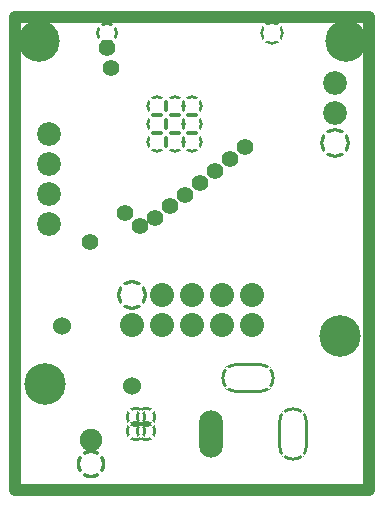
<source format=gbr>
G04*
G04 #@! TF.GenerationSoftware,Altium Limited,Altium Designer,22.4.2 (48)*
G04*
G04 Layer_Physical_Order=2*
G04 Layer_Color=32768*
%FSLAX44Y44*%
%MOMM*%
G71*
G04*
G04 #@! TF.SameCoordinates,838EBF20-BE27-4DE5-A25A-4BBD7161CD63*
G04*
G04*
G04 #@! TF.FilePolarity,Negative*
G04*
G01*
G75*
%ADD52C,1.0160*%
G04:AMPARAMS|DCode=53|XSize=1.824mm|YSize=1.824mm|CornerRadius=0mm|HoleSize=0mm|Usage=FLASHONLY|Rotation=0.000|XOffset=0mm|YOffset=0mm|HoleType=Round|Shape=Relief|Width=0.254mm|Gap=0.254mm|Entries=4|*
%AMTHD53*
7,0,0,1.8240,1.3160,0.2540,45*
%
%ADD53THD53*%
G04:AMPARAMS|DCode=54|XSize=1.778mm|YSize=1.778mm|CornerRadius=0mm|HoleSize=0mm|Usage=FLASHONLY|Rotation=0.000|XOffset=0mm|YOffset=0mm|HoleType=Round|Shape=Relief|Width=0.254mm|Gap=0.254mm|Entries=4|*
%AMTHD54*
7,0,0,1.7780,1.2700,0.2540,45*
%
%ADD54THD54*%
G04:AMPARAMS|DCode=55|XSize=2.424mm|YSize=2.424mm|CornerRadius=0mm|HoleSize=0mm|Usage=FLASHONLY|Rotation=0.000|XOffset=0mm|YOffset=0mm|HoleType=Round|Shape=Relief|Width=0.254mm|Gap=0.254mm|Entries=4|*
%AMTHD55*
7,0,0,2.4240,1.9160,0.2540,45*
%
%ADD55THD55*%
%ADD56C,1.9160*%
%ADD57C,2.0320*%
G04:AMPARAMS|DCode=58|XSize=2.54mm|YSize=2.54mm|CornerRadius=0mm|HoleSize=0mm|Usage=FLASHONLY|Rotation=0.000|XOffset=0mm|YOffset=0mm|HoleType=Round|Shape=Relief|Width=0.254mm|Gap=0.254mm|Entries=4|*
%AMTHD58*
7,0,0,2.5400,2.0320,0.2540,45*
%
%ADD58THD58*%
%AMTHOVALD59*
21,1,2.0000,2.5240,0,0,90.0*
1,1,2.5240,0.0000,-1.0000*
1,1,2.5240,0.0000,1.0000*
21,0,2.0000,2.0160,0,0,90.0*
1,0,2.0160,0.0000,-1.0000*
1,0,2.0160,0.0000,1.0000*
4,0,4,0.0898,-0.9102,0.9822,-1.8026,0.8026,-1.9822,-0.0898,-1.0898,0.0898,-0.9102,0.0*
4,0,4,0.0898,1.0898,-0.8026,1.9822,-0.9822,1.8026,-0.0898,0.9102,0.0898,1.0898,0.0*
4,0,4,0.0898,-1.0898,-0.8026,-1.9822,-0.9822,-1.8026,-0.0898,-0.9102,0.0898,-1.0898,0.0*
4,0,4,0.0898,0.9102,0.9822,1.8026,0.8026,1.9822,-0.0898,1.0898,0.0898,0.9102,0.0*
%
%ADD59THOVALD59*%

%AMTHOVALD60*
21,1,2.0000,2.5240,0,0,0.0*
1,1,2.5240,-1.0000,0.0000*
1,1,2.5240,1.0000,0.0000*
21,0,2.0000,2.0160,0,0,0.0*
1,0,2.0160,-1.0000,0.0000*
1,0,2.0160,1.0000,0.0000*
4,0,4,-0.9102,-0.0898,-1.8026,-0.9822,-1.9822,-0.8026,-1.0898,0.0898,-0.9102,-0.0898,0.0*
4,0,4,1.0898,-0.0898,1.9822,0.8026,1.8026,0.9822,0.9102,0.0898,1.0898,-0.0898,0.0*
4,0,4,-1.0898,-0.0898,-1.9822,0.8026,-1.8026,0.9822,-0.9102,0.0898,-1.0898,-0.0898,0.0*
4,0,4,0.9102,-0.0898,1.8026,-0.9822,1.9822,-0.8026,1.0898,0.0898,0.9102,-0.0898,0.0*
%
%ADD60THOVALD60*%

%ADD61O,2.0160X4.0160*%
%ADD62C,2.0160*%
G04:AMPARAMS|DCode=63|XSize=2.524mm|YSize=2.524mm|CornerRadius=0mm|HoleSize=0mm|Usage=FLASHONLY|Rotation=0.000|XOffset=0mm|YOffset=0mm|HoleType=Round|Shape=Relief|Width=0.254mm|Gap=0.254mm|Entries=4|*
%AMTHD63*
7,0,0,2.5240,2.0160,0.2540,45*
%
%ADD63THD63*%
%ADD64C,3.5160*%
G04:AMPARAMS|DCode=65|XSize=2.032mm|YSize=2.032mm|CornerRadius=0mm|HoleSize=0mm|Usage=FLASHONLY|Rotation=0.000|XOffset=0mm|YOffset=0mm|HoleType=Round|Shape=Relief|Width=0.254mm|Gap=0.254mm|Entries=4|*
%AMTHD65*
7,0,0,2.0320,1.5240,0.2540,45*
%
%ADD65THD65*%
%ADD66C,1.5240*%
%ADD67C,1.3970*%
G04:AMPARAMS|DCode=68|XSize=1.905mm|YSize=1.905mm|CornerRadius=0mm|HoleSize=0mm|Usage=FLASHONLY|Rotation=0.000|XOffset=0mm|YOffset=0mm|HoleType=Round|Shape=Relief|Width=0.254mm|Gap=0.254mm|Entries=4|*
%AMTHD68*
7,0,0,1.9050,1.3970,0.2540,45*
%
%ADD68THD68*%
D52*
X0Y0D02*
X300000D01*
Y400000D01*
X0D02*
X300000D01*
X0Y0D02*
Y400000D01*
D53*
X135000Y309600D02*
D03*
Y294600D02*
D03*
Y324670D02*
D03*
X150000Y309600D02*
D03*
X120000D02*
D03*
Y294600D02*
D03*
X150000D02*
D03*
Y324670D02*
D03*
X120000D02*
D03*
D54*
X111180Y49880D02*
D03*
X102180D02*
D03*
X111180Y61880D02*
D03*
X102180D02*
D03*
D55*
X64000Y22000D02*
D03*
D56*
Y42000D02*
D03*
D57*
X150000Y165100D02*
D03*
X175400Y139700D02*
D03*
X124600Y165100D02*
D03*
Y139700D02*
D03*
X99200D02*
D03*
X150000D02*
D03*
X200800D02*
D03*
Y165100D02*
D03*
X175400Y165100D02*
D03*
D58*
X99200Y165100D02*
D03*
D59*
X235000Y46990D02*
D03*
D60*
X197500Y94990D02*
D03*
D61*
X166000Y46990D02*
D03*
D62*
X270510Y344170D02*
D03*
Y318770D02*
D03*
X29000Y224790D02*
D03*
Y275590D02*
D03*
Y250190D02*
D03*
Y300990D02*
D03*
D63*
X270510Y293370D02*
D03*
D64*
X275000Y130000D02*
D03*
X25000Y90000D02*
D03*
X20000Y380000D02*
D03*
X280000D02*
D03*
D65*
X217170Y386800D02*
D03*
D66*
X39370Y138430D02*
D03*
X99060Y87630D02*
D03*
D67*
X105410Y223520D02*
D03*
X63500Y209550D02*
D03*
X92710Y234400D02*
D03*
X194500Y290000D02*
D03*
X181800Y280000D02*
D03*
X118300Y230000D02*
D03*
X169100Y270000D02*
D03*
X156400Y260000D02*
D03*
X131000Y240000D02*
D03*
X143700Y250000D02*
D03*
X81280Y356870D02*
D03*
X77470Y374100D02*
D03*
D68*
Y386800D02*
D03*
M02*

</source>
